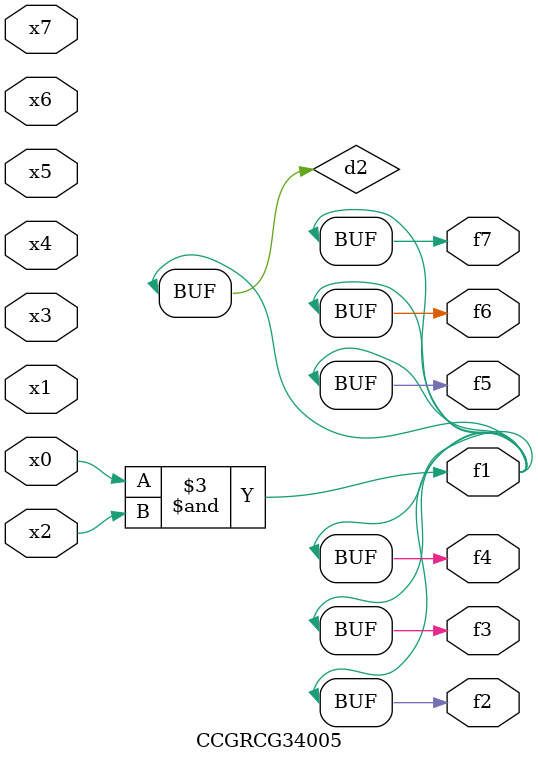
<source format=v>
module CCGRCG34005(
	input x0, x1, x2, x3, x4, x5, x6, x7,
	output f1, f2, f3, f4, f5, f6, f7
);

	wire d1, d2;

	nor (d1, x3, x6);
	and (d2, x0, x2);
	assign f1 = d2;
	assign f2 = d2;
	assign f3 = d2;
	assign f4 = d2;
	assign f5 = d2;
	assign f6 = d2;
	assign f7 = d2;
endmodule

</source>
